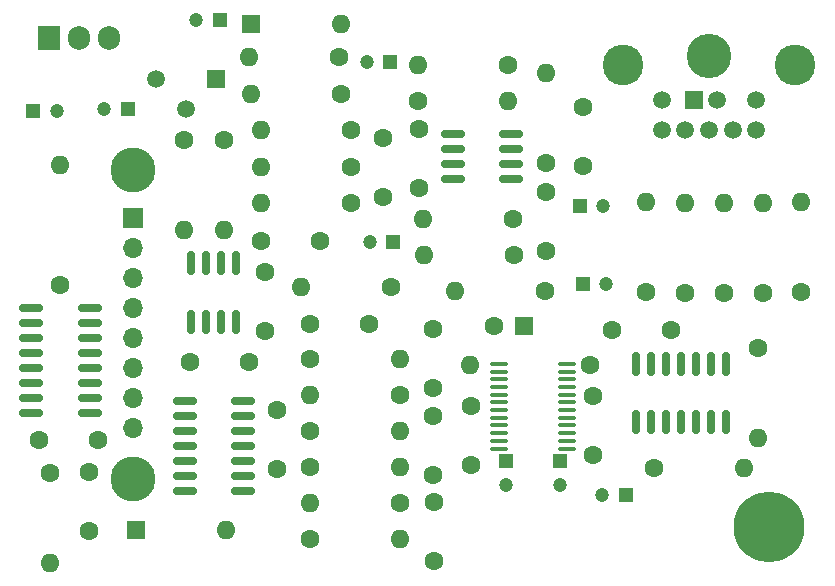
<source format=gbr>
%TF.GenerationSoftware,KiCad,Pcbnew,7.0.11-7.0.11~ubuntu22.04.1*%
%TF.CreationDate,2025-01-08T19:32:42-05:00*%
%TF.ProjectId,sub_rf_mod,7375625f-7266-45f6-9d6f-642e6b696361,rev?*%
%TF.SameCoordinates,Original*%
%TF.FileFunction,Soldermask,Bot*%
%TF.FilePolarity,Negative*%
%FSLAX46Y46*%
G04 Gerber Fmt 4.6, Leading zero omitted, Abs format (unit mm)*
G04 Created by KiCad (PCBNEW 7.0.11-7.0.11~ubuntu22.04.1) date 2025-01-08 19:32:42*
%MOMM*%
%LPD*%
G01*
G04 APERTURE LIST*
G04 Aperture macros list*
%AMRoundRect*
0 Rectangle with rounded corners*
0 $1 Rounding radius*
0 $2 $3 $4 $5 $6 $7 $8 $9 X,Y pos of 4 corners*
0 Add a 4 corners polygon primitive as box body*
4,1,4,$2,$3,$4,$5,$6,$7,$8,$9,$2,$3,0*
0 Add four circle primitives for the rounded corners*
1,1,$1+$1,$2,$3*
1,1,$1+$1,$4,$5*
1,1,$1+$1,$6,$7*
1,1,$1+$1,$8,$9*
0 Add four rect primitives between the rounded corners*
20,1,$1+$1,$2,$3,$4,$5,0*
20,1,$1+$1,$4,$5,$6,$7,0*
20,1,$1+$1,$6,$7,$8,$9,0*
20,1,$1+$1,$8,$9,$2,$3,0*%
G04 Aperture macros list end*
%ADD10C,1.600000*%
%ADD11O,1.600000X1.600000*%
%ADD12R,1.200000X1.200000*%
%ADD13C,1.200000*%
%ADD14R,1.600000X1.600000*%
%ADD15C,3.800000*%
%ADD16C,6.000000*%
%ADD17R,1.700000X1.700000*%
%ADD18O,1.700000X1.700000*%
%ADD19R,1.500000X1.500000*%
%ADD20C,1.500000*%
%ADD21C,3.450000*%
%ADD22C,3.765000*%
%ADD23RoundRect,0.150000X-0.150000X0.825000X-0.150000X-0.825000X0.150000X-0.825000X0.150000X0.825000X0*%
%ADD24RoundRect,0.150000X0.825000X0.150000X-0.825000X0.150000X-0.825000X-0.150000X0.825000X-0.150000X0*%
%ADD25RoundRect,0.100000X-0.637500X-0.100000X0.637500X-0.100000X0.637500X0.100000X-0.637500X0.100000X0*%
%ADD26R,1.905000X2.000000*%
%ADD27O,1.905000X2.000000*%
%ADD28RoundRect,0.150000X0.150000X-0.825000X0.150000X0.825000X-0.150000X0.825000X-0.150000X-0.825000X0*%
G04 APERTURE END LIST*
D10*
%TO.C,L1*%
X107594400Y-78333600D03*
D11*
X107594400Y-68173600D03*
%TD*%
D12*
%TO.C,C8*%
X135592600Y-59436000D03*
D13*
X133592600Y-59436000D03*
%TD*%
D10*
%TO.C,R22*%
X167132000Y-78994000D03*
D11*
X167132000Y-71374000D03*
%TD*%
D10*
%TO.C,R14*%
X136398000Y-87706200D03*
D11*
X128778000Y-87706200D03*
%TD*%
D14*
%TO.C,D2*%
X123799600Y-56235600D03*
D11*
X131419600Y-56235600D03*
%TD*%
D12*
%TO.C,C25*%
X121132600Y-55956200D03*
D13*
X119132600Y-55956200D03*
%TD*%
D10*
%TO.C,R28*%
X166700200Y-83667600D03*
D11*
X166700200Y-91287600D03*
%TD*%
D10*
%TO.C,R5*%
X132232400Y-71450200D03*
D11*
X124612400Y-71450200D03*
%TD*%
D10*
%TO.C,R4*%
X145973800Y-72745600D03*
D11*
X138353800Y-72745600D03*
%TD*%
D10*
%TO.C,R1*%
X132232400Y-65252600D03*
D11*
X124612400Y-65252600D03*
%TD*%
D12*
%TO.C,C9*%
X135821200Y-74676000D03*
D13*
X133821200Y-74676000D03*
%TD*%
D10*
%TO.C,R15*%
X128752600Y-93776800D03*
D11*
X136372600Y-93776800D03*
%TD*%
D10*
%TO.C,R20*%
X152501600Y-85090000D03*
D11*
X142341600Y-85090000D03*
%TD*%
D10*
%TO.C,C23*%
X133767200Y-81635600D03*
X128767200Y-81635600D03*
%TD*%
%TO.C,C1*%
X154319600Y-82194400D03*
X159319600Y-82194400D03*
%TD*%
%TO.C,R18*%
X157226000Y-78968600D03*
D11*
X157226000Y-71348600D03*
%TD*%
D10*
%TO.C,C12*%
X118658000Y-84836000D03*
X123658000Y-84836000D03*
%TD*%
%TO.C,R6*%
X137922000Y-62738000D03*
D11*
X145542000Y-62738000D03*
%TD*%
D10*
%TO.C,C19*%
X110032800Y-99172400D03*
X110032800Y-94172400D03*
%TD*%
%TO.C,C11*%
X129601600Y-74599800D03*
X124601600Y-74599800D03*
%TD*%
%TO.C,R29*%
X157911800Y-93878400D03*
D11*
X165531800Y-93878400D03*
%TD*%
D12*
%TO.C,C26*%
X155506200Y-96139000D03*
D13*
X153506200Y-96139000D03*
%TD*%
D10*
%TO.C,R19*%
X160502600Y-78994000D03*
D11*
X160502600Y-71374000D03*
%TD*%
D15*
%TO.C,H1*%
X113792000Y-94742000D03*
%TD*%
D16*
%TO.C,H3*%
X167640000Y-98806000D03*
%TD*%
D10*
%TO.C,R7*%
X146050000Y-75793600D03*
D11*
X138430000Y-75793600D03*
%TD*%
D14*
%TO.C,C24*%
X146899000Y-81864200D03*
D10*
X144399000Y-81864200D03*
%TD*%
%TO.C,R23*%
X148640800Y-78867000D03*
D11*
X141020800Y-78867000D03*
%TD*%
D10*
%TO.C,C15*%
X148767800Y-70474200D03*
X148767800Y-75474200D03*
%TD*%
%TO.C,R3*%
X145542000Y-59690000D03*
D11*
X137922000Y-59690000D03*
%TD*%
D12*
%TO.C,C16*%
X151612600Y-71704200D03*
D13*
X153612600Y-71704200D03*
%TD*%
D10*
%TO.C,R17*%
X128778000Y-84658200D03*
D11*
X136398000Y-84658200D03*
%TD*%
D10*
%TO.C,R2*%
X131216400Y-59055000D03*
D11*
X123596400Y-59055000D03*
%TD*%
D10*
%TO.C,R10*%
X121539000Y-66040000D03*
D11*
X121539000Y-73660000D03*
%TD*%
D10*
%TO.C,C20*%
X139192000Y-94448000D03*
X139192000Y-89448000D03*
%TD*%
%TO.C,C4*%
X142417800Y-93559000D03*
X142417800Y-88559000D03*
%TD*%
%TO.C,R12*%
X128778000Y-90703400D03*
D11*
X136398000Y-90703400D03*
%TD*%
D10*
%TO.C,R26*%
X131368800Y-62153800D03*
D11*
X123748800Y-62153800D03*
%TD*%
D10*
%TO.C,C6*%
X125984000Y-88940000D03*
X125984000Y-93940000D03*
%TD*%
%TO.C,R21*%
X163804600Y-78994000D03*
D11*
X163804600Y-71374000D03*
%TD*%
D12*
%TO.C,C17*%
X151873200Y-78232000D03*
D13*
X153873200Y-78232000D03*
%TD*%
D10*
%TO.C,C3*%
X124968000Y-82256000D03*
X124968000Y-77256000D03*
%TD*%
%TO.C,C28*%
X152781000Y-92757000D03*
X152781000Y-87757000D03*
%TD*%
D12*
%TO.C,C13*%
X105326401Y-63601600D03*
D13*
X107326401Y-63601600D03*
%TD*%
D10*
%TO.C,R24*%
X148767800Y-68021200D03*
D11*
X148767800Y-60401200D03*
%TD*%
D10*
%TO.C,C29*%
X134924800Y-70902200D03*
X134924800Y-65902200D03*
%TD*%
D12*
%TO.C,C18*%
X113342199Y-63474600D03*
D13*
X111342199Y-63474600D03*
%TD*%
D10*
%TO.C,R16*%
X128778000Y-99872800D03*
D11*
X136398000Y-99872800D03*
%TD*%
D10*
%TO.C,R27*%
X135661400Y-78536800D03*
D11*
X128041400Y-78536800D03*
%TD*%
D10*
%TO.C,C5*%
X110805600Y-91490800D03*
X105805600Y-91490800D03*
%TD*%
%TO.C,C2*%
X137998200Y-70125600D03*
X137998200Y-65125600D03*
%TD*%
D17*
%TO.C,J1*%
X113792000Y-72659000D03*
D18*
X113792000Y-75199000D03*
X113792000Y-77739000D03*
X113792000Y-80279000D03*
X113792000Y-82819000D03*
X113792000Y-85359000D03*
X113792000Y-87899000D03*
X113792000Y-90439000D03*
%TD*%
D19*
%TO.C,Q1*%
X120802400Y-60952000D03*
D20*
X118262400Y-63492000D03*
X115722400Y-60952000D03*
%TD*%
D12*
%TO.C,C10*%
X149961600Y-93294200D03*
D13*
X149961600Y-95294200D03*
%TD*%
D14*
%TO.C,D1*%
X114046000Y-99060000D03*
D11*
X121666000Y-99060000D03*
%TD*%
D10*
%TO.C,R25*%
X170332400Y-78968600D03*
D11*
X170332400Y-71348600D03*
%TD*%
D10*
%TO.C,R11*%
X106730800Y-94234000D03*
D11*
X106730800Y-101854000D03*
%TD*%
D10*
%TO.C,R13*%
X136398000Y-96828000D03*
D11*
X128778000Y-96828000D03*
%TD*%
D10*
%TO.C,R8*%
X132232400Y-68351400D03*
D11*
X124612400Y-68351400D03*
%TD*%
D10*
%TO.C,C21*%
X139319000Y-96748600D03*
X139319000Y-101748600D03*
%TD*%
D12*
%TO.C,C7*%
X145389600Y-93286801D03*
D13*
X145389600Y-95286801D03*
%TD*%
D15*
%TO.C,H2*%
X113792000Y-68580000D03*
%TD*%
D10*
%TO.C,R9*%
X118110000Y-66040000D03*
D11*
X118110000Y-73660000D03*
%TD*%
D10*
%TO.C,C22*%
X139192000Y-87082000D03*
X139192000Y-82082000D03*
%TD*%
D19*
%TO.C,J2*%
X161260000Y-62728000D03*
D20*
X163260000Y-62728000D03*
X158560000Y-62728000D03*
X160560000Y-65228000D03*
X162560000Y-65228000D03*
X166560000Y-62728000D03*
X158560000Y-65228000D03*
X164560000Y-65228000D03*
X166560000Y-65228000D03*
D21*
X155310000Y-59728000D03*
X169810000Y-59728000D03*
D22*
X162560000Y-58928000D03*
%TD*%
D10*
%TO.C,C14*%
X151892000Y-68286000D03*
X151892000Y-63286000D03*
%TD*%
D23*
%TO.C,U7*%
X156387800Y-85002600D03*
X157657800Y-85002600D03*
X158927800Y-85002600D03*
X160197800Y-85002600D03*
X161467800Y-85002600D03*
X162737800Y-85002600D03*
X164007800Y-85002600D03*
X164007800Y-89952600D03*
X162737800Y-89952600D03*
X161467800Y-89952600D03*
X160197800Y-89952600D03*
X158927800Y-89952600D03*
X157657800Y-89952600D03*
X156387800Y-89952600D03*
%TD*%
D24*
%TO.C,U5*%
X110144100Y-80264000D03*
X110144100Y-81534000D03*
X110144100Y-82804000D03*
X110144100Y-84074000D03*
X110144100Y-85344000D03*
X110144100Y-86614000D03*
X110144100Y-87884000D03*
X110144100Y-89154000D03*
X105194100Y-89154000D03*
X105194100Y-87884000D03*
X105194100Y-86614000D03*
X105194100Y-85344000D03*
X105194100Y-84074000D03*
X105194100Y-82804000D03*
X105194100Y-81534000D03*
X105194100Y-80264000D03*
%TD*%
%TO.C,U1*%
X145807200Y-65557400D03*
X145807200Y-66827400D03*
X145807200Y-68097400D03*
X145807200Y-69367400D03*
X140857200Y-69367400D03*
X140857200Y-68097400D03*
X140857200Y-66827400D03*
X140857200Y-65557400D03*
%TD*%
D25*
%TO.C,U6*%
X144787700Y-92195600D03*
X144787700Y-91545600D03*
X144787700Y-90895600D03*
X144787700Y-90245600D03*
X144787700Y-89595600D03*
X144787700Y-88945600D03*
X144787700Y-88295600D03*
X144787700Y-87645600D03*
X144787700Y-86995600D03*
X144787700Y-86345600D03*
X144787700Y-85695600D03*
X144787700Y-85045600D03*
X150512700Y-85045600D03*
X150512700Y-85695600D03*
X150512700Y-86345600D03*
X150512700Y-86995600D03*
X150512700Y-87645600D03*
X150512700Y-88295600D03*
X150512700Y-88945600D03*
X150512700Y-89595600D03*
X150512700Y-90245600D03*
X150512700Y-90895600D03*
X150512700Y-91545600D03*
X150512700Y-92195600D03*
%TD*%
D26*
%TO.C,U8*%
X106654600Y-57475000D03*
D27*
X109194600Y-57475000D03*
X111734600Y-57475000D03*
%TD*%
D28*
%TO.C,U3*%
X122555000Y-81469000D03*
X121285000Y-81469000D03*
X120015000Y-81469000D03*
X118745000Y-81469000D03*
X118745000Y-76519000D03*
X120015000Y-76519000D03*
X121285000Y-76519000D03*
X122555000Y-76519000D03*
%TD*%
D24*
%TO.C,U2*%
X123125000Y-88138000D03*
X123125000Y-89408000D03*
X123125000Y-90678000D03*
X123125000Y-91948000D03*
X123125000Y-93218000D03*
X123125000Y-94488000D03*
X123125000Y-95758000D03*
X118175000Y-95758000D03*
X118175000Y-94488000D03*
X118175000Y-93218000D03*
X118175000Y-91948000D03*
X118175000Y-90678000D03*
X118175000Y-89408000D03*
X118175000Y-88138000D03*
%TD*%
M02*

</source>
